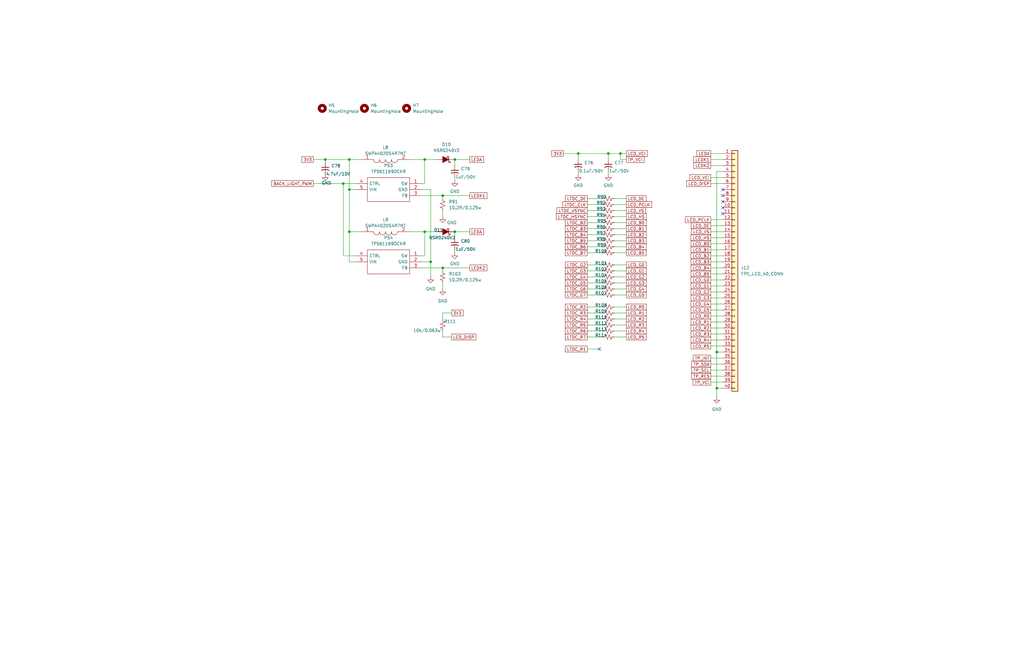
<source format=kicad_sch>
(kicad_sch (version 20250114) (generator "eeschema") (generator_version "9.0")
  (paper "B")
  (lib_symbols
    (symbol "Connector_Generic:Conn_01x40" (pin_names (offset 1.016) (hide yes))
      (property "Reference" "J" (at 0 50.8 0))
      (property "Value" "Conn_01x40" (at 0 -53.34 0))
      (symbol "Conn_01x40_1_1"
        (rectangle (start -1.27 49.53) (end 1.27 -52.07) (stroke (width 0.254)) (fill (type background)))
        (rectangle (start -1.27 48.387) (end 0 48.133) (stroke (width 0.1524)))
        (rectangle (start -1.27 45.847) (end 0 45.593) (stroke (width 0.1524)))
        (rectangle (start -1.27 43.307) (end 0 43.053) (stroke (width 0.1524)))
        (rectangle (start -1.27 40.767) (end 0 40.513) (stroke (width 0.1524)))
        (rectangle (start -1.27 38.227) (end 0 37.973) (stroke (width 0.1524)))
        (rectangle (start -1.27 35.687) (end 0 35.433) (stroke (width 0.1524)))
        (rectangle (start -1.27 33.147) (end 0 32.893) (stroke (width 0.1524)))
        (rectangle (start -1.27 30.607) (end 0 30.353) (stroke (width 0.1524)))
        (rectangle (start -1.27 28.067) (end 0 27.813) (stroke (width 0.1524)))
        (rectangle (start -1.27 25.527) (end 0 25.273) (stroke (width 0.1524)))
        (rectangle (start -1.27 22.987) (end 0 22.733) (stroke (width 0.1524)))
        (rectangle (start -1.27 20.447) (end 0 20.193) (stroke (width 0.1524)))
        (rectangle (start -1.27 17.907) (end 0 17.653) (stroke (width 0.1524)))
        (rectangle (start -1.27 15.367) (end 0 15.113) (stroke (width 0.1524)))
        (rectangle (start -1.27 12.827) (end 0 12.573) (stroke (width 0.1524)))
        (rectangle (start -1.27 10.287) (end 0 10.033) (stroke (width 0.1524)))
        (rectangle (start -1.27 7.747) (end 0 7.493) (stroke (width 0.1524)))
        (rectangle (start -1.27 5.207) (end 0 4.953) (stroke (width 0.1524)))
        (rectangle (start -1.27 2.667) (end 0 2.413) (stroke (width 0.1524)))
        (rectangle (start -1.27 0.127) (end 0 -0.127) (stroke (width 0.1524)))
        (rectangle (start -1.27 -2.413) (end 0 -2.667) (stroke (width 0.1524)))
        (rectangle (start -1.27 -4.953) (end 0 -5.207) (stroke (width 0.1524)))
        (rectangle (start -1.27 -7.493) (end 0 -7.747) (stroke (width 0.1524)))
        (rectangle (start -1.27 -10.033) (end 0 -10.287) (stroke (width 0.1524)))
        (rectangle (start -1.27 -12.573) (end 0 -12.827) (stroke (width 0.1524)))
        (rectangle (start -1.27 -15.113) (end 0 -15.367) (stroke (width 0.1524)))
        (rectangle (start -1.27 -17.653) (end 0 -17.907) (stroke (width 0.1524)))
        (rectangle (start -1.27 -20.193) (end 0 -20.447) (stroke (width 0.1524)))
        (rectangle (start -1.27 -22.733) (end 0 -22.987) (stroke (width 0.1524)))
        (rectangle (start -1.27 -25.273) (end 0 -25.527) (stroke (width 0.1524)))
        (rectangle (start -1.27 -27.813) (end 0 -28.067) (stroke (width 0.1524)))
        (rectangle (start -1.27 -30.353) (end 0 -30.607) (stroke (width 0.1524)))
        (rectangle (start -1.27 -32.893) (end 0 -33.147) (stroke (width 0.1524)))
        (rectangle (start -1.27 -35.433) (end 0 -35.687) (stroke (width 0.1524)))
        (rectangle (start -1.27 -37.973) (end 0 -38.227) (stroke (width 0.1524)))
        (rectangle (start -1.27 -40.513) (end 0 -40.767) (stroke (width 0.1524)))
        (rectangle (start -1.27 -43.053) (end 0 -43.307) (stroke (width 0.1524)))
        (rectangle (start -1.27 -45.593) (end 0 -45.847) (stroke (width 0.1524)))
        (rectangle (start -1.27 -48.133) (end 0 -48.387) (stroke (width 0.1524)))
        (rectangle (start -1.27 -50.673) (end 0 -50.927) (stroke (width 0.1524)))
        (pin passive line (at -5.08 48.26 0) (length 3.81) (name "Pin_1") (number "1"))
        (pin passive line (at -5.08 45.72 0) (length 3.81) (name "Pin_2") (number "2"))
        (pin passive line (at -5.08 43.18 0) (length 3.81) (name "Pin_3") (number "3"))
        (pin passive line (at -5.08 40.64 0) (length 3.81) (name "Pin_4") (number "4"))
        (pin passive line (at -5.08 38.1 0) (length 3.81) (name "Pin_5") (number "5"))
        (pin passive line (at -5.08 35.56 0) (length 3.81) (name "Pin_6") (number "6"))
        (pin passive line (at -5.08 33.02 0) (length 3.81) (name "Pin_7") (number "7"))
        (pin passive line (at -5.08 30.48 0) (length 3.81) (name "Pin_8") (number "8"))
        (pin passive line (at -5.08 27.94 0) (length 3.81) (name "Pin_9") (number "9"))
        (pin passive line (at -5.08 25.4 0) (length 3.81) (name "Pin_10") (number "10"))
        (pin passive line (at -5.08 22.86 0) (length 3.81) (name "Pin_11") (number "11"))
        (pin passive line (at -5.08 20.32 0) (length 3.81) (name "Pin_12") (number "12"))
        (pin passive line (at -5.08 17.78 0) (length 3.81) (name "Pin_13") (number "13"))
        (pin passive line (at -5.08 15.24 0) (length 3.81) (name "Pin_14") (number "14"))
        (pin passive line (at -5.08 12.7 0) (length 3.81) (name "Pin_15") (number "15"))
        (pin passive line (at -5.08 10.16 0) (length 3.81) (name "Pin_16") (number "16"))
        (pin passive line (at -5.08 7.62 0) (length 3.81) (name "Pin_17") (number "17"))
        (pin passive line (at -5.08 5.08 0) (length 3.81) (name "Pin_18") (number "18"))
        (pin passive line (at -5.08 2.54 0) (length 3.81) (name "Pin_19") (number "19"))
        (pin passive line (at -5.08 0 0) (length 3.81) (name "Pin_20") (number "20"))
        (pin passive line (at -5.08 -2.54 0) (length 3.81) (name "Pin_21") (number "21"))
        (pin passive line (at -5.08 -5.08 0) (length 3.81) (name "Pin_22") (number "22"))
        (pin passive line (at -5.08 -7.62 0) (length 3.81) (name "Pin_23") (number "23"))
        (pin passive line (at -5.08 -10.16 0) (length 3.81) (name "Pin_24") (number "24"))
        (pin passive line (at -5.08 -12.7 0) (length 3.81) (name "Pin_25") (number "25"))
        (pin passive line (at -5.08 -15.24 0) (length 3.81) (name "Pin_26") (number "26"))
        (pin passive line (at -5.08 -17.78 0) (length 3.81) (name "Pin_27") (number "27"))
        (pin passive line (at -5.08 -20.32 0) (length 3.81) (name "Pin_28") (number "28"))
        (pin passive line (at -5.08 -22.86 0) (length 3.81) (name "Pin_29") (number "29"))
        (pin passive line (at -5.08 -25.4 0) (length 3.81) (name "Pin_30") (number "30"))
        (pin passive line (at -5.08 -27.94 0) (length 3.81) (name "Pin_31") (number "31"))
        (pin passive line (at -5.08 -30.48 0) (length 3.81) (name "Pin_32") (number "32"))
        (pin passive line (at -5.08 -33.02 0) (length 3.81) (name "Pin_33") (number "33"))
        (pin passive line (at -5.08 -35.56 0) (length 3.81) (name "Pin_34") (number "34"))
        (pin passive line (at -5.08 -38.1 0) (length 3.81) (name "Pin_35") (number "35"))
        (pin passive line (at -5.08 -40.64 0) (length 3.81) (name "Pin_36") (number "36"))
        (pin passive line (at -5.08 -43.18 0) (length 3.81) (name "Pin_37") (number "37"))
        (pin passive line (at -5.08 -45.72 0) (length 3.81) (name "Pin_38") (number "38"))
        (pin passive line (at -5.08 -48.26 0) (length 3.81) (name "Pin_39") (number "39"))
        (pin passive line (at -5.08 -50.8 0) (length 3.81) (name "Pin_40") (number "40"))
      )
    )
    (symbol "Device:C_Small_US" (pin_numbers (hide yes)) (pin_names (offset 0.254) (hide yes))
      (property "Reference" "C" (at 0.254 1.778 0))
      (property "Value" "C_Small_US" (at 0.254 -2.032 0))
      (symbol "C_Small_US_0_1"
        (polyline (pts (xy -1.524 0.508) (xy 1.524 0.508)) (stroke (width 0.3048)))
        (arc (start -1.524 -0.762) (mid 0 -0.3734) (end 1.524 -0.762) (stroke (width 0.3048)))
      )
      (symbol "C_Small_US_1_1"
        (pin passive line (at 0 2.54 270) (length 2.032) (name "~") (number "1"))
        (pin passive line (at 0 -2.54 90) (length 2.032) (name "~") (number "2"))
      )
    )
    (symbol "Device:R_Small_US" (pin_numbers (hide yes)) (pin_names (offset 0.254) (hide yes))
      (property "Reference" "R" (at 0.762 0.508 0))
      (property "Value" "R_Small_US" (at 0.762 -1.016 0))
      (symbol "R_Small_US_1_1"
        (polyline (pts (xy 0 1.524) (xy 1.016 1.143) (xy 0 0.762) (xy -1.016 0.381) (xy 0 0)))
        (polyline (pts (xy 0 0) (xy 1.016 -0.381) (xy 0 -0.762) (xy -1.016 -1.143) (xy 0 -1.524)))
        (pin passive line (at 0 2.54 270) (length 1.016) (name "~") (number "1"))
        (pin passive line (at 0 -2.54 90) (length 1.016) (name "~") (number "2"))
      )
    )
    (symbol "Mechanical:MountingHole" (pin_names (offset 1.016)) (in_bom no)
      (property "Reference" "H" (at 0 5.08 0))
      (property "Value" "MountingHole" (at 0 3.175 0))
      (symbol "MountingHole_0_1"
        (circle (center 0 0) (radius 1.27) (stroke (width 1.27)))
      )
    )
    (symbol "PCM_Diode_Schottky_AKL:NSR0240V2" (pin_numbers (hide yes)) (pin_names (offset 1.016) (hide yes))
      (property "Reference" "D" (at 0 5.08 0))
      (property "Value" "NSR0240V2" (at 0 2.54 0))
      (symbol "NSR0240V2_0_1"
        (polyline (pts (xy -1.27 0) (xy 1.27 0)))
        (polyline (pts (xy -1.27 -1.27) (xy -1.27 1.27) (xy 1.27 0) (xy -1.27 -1.27)) (stroke (width 0.254)) (fill (type outline)))
        (polyline (pts (xy 1.905 -0.762) (xy 1.905 -1.27) (xy 1.27 -1.27) (xy 1.27 1.27) (xy 0.635 1.27) (xy 0.635 0.762)) (stroke (width 0.254)))
      )
      (symbol "NSR0240V2_0_2"
        (polyline (pts (xy -2.54 -2.54) (xy 2.54 2.54)))
        (polyline (pts (xy -0.889 -0.889) (xy -1.778 0) (xy 0.889 0.889) (xy 0 -1.778) (xy -0.889 -0.889)) (stroke (width 0.254)) (fill (type outline)))
        (polyline (pts (xy 0 1.778) (xy 1.778 0)) (stroke (width 0.254)))
        (polyline (pts (xy 0 1.778) (xy -0.381 1.397) (xy 0 1.016)) (stroke (width 0.254)))
        (polyline (pts (xy 1.778 0) (xy 2.159 0.381) (xy 1.778 0.762)) (stroke (width 0.254)))
      )
      (symbol "NSR0240V2_1_1"
        (pin passive line (at -3.81 0 0) (length 2.54) (name "A") (number "2"))
        (pin passive line (at 3.81 0 180) (length 2.54) (name "K") (number "1"))
      )
      (symbol "NSR0240V2_1_2"
        (pin passive line (at -2.54 -2.54 0) (length 0) (name "A") (number "2"))
        (pin passive line (at 2.54 2.54 180) (length 0) (name "K") (number "1"))
      )
    )
    (symbol "SamacSys_Parts:SWPA4020S4R7MT" (pin_names (offset 0.762))
      (property "Reference" "L" (at 16.51 6.35 0))
      (property "Value" "SWPA4020S4R7MT" (at 16.51 3.81 0))
      (symbol "SWPA4020S4R7MT_0_0"
        (pin passive line (at 0 0 0) (length 5.08) (name "~") (number "1"))
        (pin passive line (at 20.32 0 180) (length 5.08) (name "~") (number "2"))
      )
      (symbol "SWPA4020S4R7MT_0_1"
        (arc (start 7.62 0) (mid 6.35 -1.3218) (end 5.08 0) (stroke (width 0.1524)))
        (arc (start 10.16 0) (mid 8.89 -1.3218) (end 7.62 0) (stroke (width 0.1524)))
        (arc (start 12.7 0) (mid 11.43 -1.3218) (end 10.16 0) (stroke (width 0.1524)))
        (arc (start 15.24 0) (mid 13.97 -1.3218) (end 12.7 0) (stroke (width 0.1524)))
      )
    )
    (symbol "SamacSys_Parts:TPS61169DCKR" (pin_names (offset 0.762))
      (property "Reference" "PS" (at 24.13 7.62 0))
      (property "Value" "TPS61169DCKR" (at 24.13 5.08 0))
      (symbol "TPS61169DCKR_0_0"
        (pin output line (at 0 0 0) (length 5.08) (name "SW") (number "1"))
        (pin power_in line (at 0 -2.54 0) (length 5.08) (name "GND") (number "2"))
        (pin input line (at 0 -5.08 0) (length 5.08) (name "FB") (number "3"))
        (pin input line (at 27.94 0 180) (length 5.08) (name "CTRL") (number "4"))
        (pin power_in line (at 27.94 -2.54 180) (length 5.08) (name "VIN") (number "5"))
      )
      (symbol "TPS61169DCKR_0_1"
        (polyline (pts (xy 5.08 2.54) (xy 22.86 2.54) (xy 22.86 -7.62) (xy 5.08 -7.62) (xy 5.08 2.54)) (stroke (width 0.1524)))
      )
    )
    (symbol "power:GND" (power) (pin_numbers (hide yes)) (pin_names (offset 0) (hide yes))
      (property "Value" "GND" (at 0 -3.81 0))
      (symbol "GND_0_1"
        (polyline (pts (xy 0 0) (xy 0 -1.27) (xy 1.27 -1.27) (xy 0 -2.54) (xy -1.27 -1.27) (xy 0 -1.27)))
      )
      (symbol "GND_1_1"
        (pin power_in line (at 0 0 270) (length 0) (name "~") (number "1"))
      )
    )
  )
  (junction (at 179.07 97.79))
  (junction (at 179.07 67.31))
  (junction (at 147.32 97.79))
  (junction (at 137.16 67.31))
  (junction (at 191.77 97.79))
  (junction (at 147.32 67.31))
  (junction (at 243.84 64.77))
  (junction (at 261.62 64.77))
  (junction (at 186.69 113.03))
  (junction (at 147.32 80.01))
  (junction (at 256.54 64.77))
  (junction (at 302.26 163.83))
  (junction (at 181.61 110.49))
  (junction (at 186.69 82.55))
  (junction (at 302.26 148.59))
  (junction (at 144.78 77.47))
  (junction (at 191.77 67.31))
  (no_connect (at 304.8 87.63))
  (no_connect (at 304.8 80.01))
  (no_connect (at 304.8 82.55))
  (no_connect (at 304.8 90.17))
  (no_connect (at 304.8 85.09))
  (no_connect (at 252.73 147.32))
  (wire (pts (xy 190.5 132.08) (xy 186.69 132.08)))
  (wire (pts (xy 256.54 67.31) (xy 256.54 64.77)))
  (wire (pts (xy 299.72 161.29) (xy 304.8 161.29)))
  (wire (pts (xy 259.08 121.92) (xy 264.16 121.92)))
  (wire (pts (xy 259.08 134.62) (xy 264.16 134.62)))
  (wire (pts (xy 186.69 88.9) (xy 186.69 91.44)))
  (wire (pts (xy 259.08 139.7) (xy 264.16 139.7)))
  (wire (pts (xy 247.65 139.7) (xy 254 139.7)))
  (wire (pts (xy 252.73 147.32) (xy 247.65 147.32)))
  (wire (pts (xy 299.72 115.57) (xy 304.8 115.57)))
  (wire (pts (xy 299.72 156.21) (xy 304.8 156.21)))
  (wire (pts (xy 179.07 97.79) (xy 184.15 97.79)))
  (wire (pts (xy 247.65 96.52) (xy 254 96.52)))
  (wire (pts (xy 247.65 91.44) (xy 254 91.44)))
  (wire (pts (xy 304.8 163.83) (xy 302.26 163.83)))
  (wire (pts (xy 247.65 124.46) (xy 254 124.46)))
  (wire (pts (xy 299.72 130.81) (xy 304.8 130.81)))
  (wire (pts (xy 243.84 64.77) (xy 256.54 64.77)))
  (wire (pts (xy 259.08 137.16) (xy 264.16 137.16)))
  (wire (pts (xy 191.77 97.79) (xy 191.77 100.33)))
  (wire (pts (xy 299.72 105.41) (xy 304.8 105.41)))
  (wire (pts (xy 179.07 97.79) (xy 179.07 107.95)))
  (wire (pts (xy 177.8 107.95) (xy 179.07 107.95)))
  (wire (pts (xy 259.08 116.84) (xy 264.16 116.84)))
  (wire (pts (xy 247.65 106.68) (xy 254 106.68)))
  (wire (pts (xy 247.65 83.82) (xy 254 83.82)))
  (wire (pts (xy 302.26 163.83) (xy 302.26 167.64)))
  (wire (pts (xy 299.72 102.87) (xy 304.8 102.87)))
  (wire (pts (xy 147.32 80.01) (xy 149.86 80.01)))
  (wire (pts (xy 181.61 80.01) (xy 181.61 110.49)))
  (wire (pts (xy 299.72 158.75) (xy 304.8 158.75)))
  (wire (pts (xy 259.08 111.76) (xy 264.16 111.76)))
  (wire (pts (xy 247.65 104.14) (xy 254 104.14)))
  (wire (pts (xy 243.84 72.39) (xy 243.84 73.66)))
  (wire (pts (xy 137.16 67.31) (xy 147.32 67.31)))
  (wire (pts (xy 264.16 67.31) (xy 261.62 67.31)))
  (wire (pts (xy 144.78 77.47) (xy 149.86 77.47)))
  (wire (pts (xy 243.84 64.77) (xy 243.84 67.31)))
  (wire (pts (xy 186.69 82.55) (xy 186.69 83.82)))
  (wire (pts (xy 132.08 67.31) (xy 137.16 67.31)))
  (wire (pts (xy 259.08 142.24) (xy 264.16 142.24)))
  (wire (pts (xy 299.72 69.85) (xy 304.8 69.85)))
  (wire (pts (xy 190.5 142.24) (xy 186.69 142.24)))
  (wire (pts (xy 179.07 67.31) (xy 184.15 67.31)))
  (wire (pts (xy 299.72 135.89) (xy 304.8 135.89)))
  (wire (pts (xy 186.69 119.38) (xy 186.69 121.92)))
  (wire (pts (xy 259.08 101.6) (xy 264.16 101.6)))
  (wire (pts (xy 144.78 107.95) (xy 144.78 77.47)))
  (wire (pts (xy 247.65 132.08) (xy 254 132.08)))
  (wire (pts (xy 177.8 82.55) (xy 186.69 82.55)))
  (wire (pts (xy 247.65 101.6) (xy 254 101.6)))
  (wire (pts (xy 261.62 64.77) (xy 264.16 64.77)))
  (wire (pts (xy 299.72 120.65) (xy 304.8 120.65)))
  (wire (pts (xy 147.32 80.01) (xy 147.32 97.79)))
  (wire (pts (xy 259.08 132.08) (xy 264.16 132.08)))
  (wire (pts (xy 177.8 110.49) (xy 181.61 110.49)))
  (wire (pts (xy 179.07 67.31) (xy 179.07 77.47)))
  (wire (pts (xy 299.72 92.71) (xy 304.8 92.71)))
  (wire (pts (xy 237.49 64.77) (xy 243.84 64.77)))
  (wire (pts (xy 299.72 146.05) (xy 304.8 146.05)))
  (wire (pts (xy 259.08 99.06) (xy 264.16 99.06)))
  (wire (pts (xy 259.08 129.54) (xy 264.16 129.54)))
  (wire (pts (xy 302.26 72.39) (xy 302.26 148.59)))
  (wire (pts (xy 299.72 113.03) (xy 304.8 113.03)))
  (wire (pts (xy 149.86 110.49) (xy 147.32 110.49)))
  (wire (pts (xy 299.72 153.67) (xy 304.8 153.67)))
  (wire (pts (xy 186.69 82.55) (xy 198.12 82.55)))
  (wire (pts (xy 299.72 151.13) (xy 304.8 151.13)))
  (wire (pts (xy 247.65 93.98) (xy 254 93.98)))
  (wire (pts (xy 191.77 97.79) (xy 198.12 97.79)))
  (wire (pts (xy 147.32 97.79) (xy 152.4 97.79)))
  (wire (pts (xy 147.32 97.79) (xy 147.32 110.49)))
  (wire (pts (xy 247.65 121.92) (xy 254 121.92)))
  (wire (pts (xy 132.08 77.47) (xy 144.78 77.47)))
  (wire (pts (xy 256.54 72.39) (xy 256.54 73.66)))
  (wire (pts (xy 261.62 67.31) (xy 261.62 64.77)))
  (wire (pts (xy 191.77 105.41) (xy 191.77 106.68)))
  (wire (pts (xy 299.72 143.51) (xy 304.8 143.51)))
  (wire (pts (xy 247.65 129.54) (xy 254 129.54)))
  (wire (pts (xy 259.08 93.98) (xy 264.16 93.98)))
  (wire (pts (xy 259.08 91.44) (xy 264.16 91.44)))
  (wire (pts (xy 299.72 67.31) (xy 304.8 67.31)))
  (wire (pts (xy 247.65 114.3) (xy 254 114.3)))
  (wire (pts (xy 299.72 64.77) (xy 304.8 64.77)))
  (wire (pts (xy 259.08 114.3) (xy 264.16 114.3)))
  (wire (pts (xy 191.77 67.31) (xy 191.77 69.85)))
  (wire (pts (xy 299.72 74.93) (xy 304.8 74.93)))
  (wire (pts (xy 259.08 88.9) (xy 264.16 88.9)))
  (wire (pts (xy 304.8 148.59) (xy 302.26 148.59)))
  (wire (pts (xy 259.08 104.14) (xy 264.16 104.14)))
  (wire (pts (xy 186.69 113.03) (xy 198.12 113.03)))
  (wire (pts (xy 172.72 97.79) (xy 179.07 97.79)))
  (wire (pts (xy 256.54 64.77) (xy 261.62 64.77)))
  (wire (pts (xy 259.08 86.36) (xy 264.16 86.36)))
  (wire (pts (xy 179.07 77.47) (xy 177.8 77.47)))
  (wire (pts (xy 137.16 67.31) (xy 137.16 68.58)))
  (wire (pts (xy 149.86 107.95) (xy 144.78 107.95)))
  (wire (pts (xy 299.72 97.79) (xy 304.8 97.79)))
  (wire (pts (xy 147.32 67.31) (xy 147.32 80.01)))
  (wire (pts (xy 172.72 67.31) (xy 179.07 67.31)))
  (wire (pts (xy 181.61 110.49) (xy 181.61 116.84)))
  (wire (pts (xy 299.72 77.47) (xy 304.8 77.47)))
  (wire (pts (xy 177.8 113.03) (xy 186.69 113.03)))
  (wire (pts (xy 147.32 67.31) (xy 152.4 67.31)))
  (wire (pts (xy 299.72 95.25) (xy 304.8 95.25)))
  (wire (pts (xy 299.72 133.35) (xy 304.8 133.35)))
  (wire (pts (xy 259.08 83.82) (xy 264.16 83.82)))
  (wire (pts (xy 302.26 148.59) (xy 302.26 163.83)))
  (wire (pts (xy 247.65 119.38) (xy 254 119.38)))
  (wire (pts (xy 247.65 142.24) (xy 254 142.24)))
  (wire (pts (xy 247.65 99.06) (xy 254 99.06)))
  (wire (pts (xy 299.72 140.97) (xy 304.8 140.97)))
  (wire (pts (xy 247.65 111.76) (xy 254 111.76)))
  (wire (pts (xy 299.72 100.33) (xy 304.8 100.33)))
  (wire (pts (xy 299.72 138.43) (xy 304.8 138.43)))
  (wire (pts (xy 191.77 67.31) (xy 198.12 67.31)))
  (wire (pts (xy 259.08 124.46) (xy 264.16 124.46)))
  (wire (pts (xy 299.72 110.49) (xy 304.8 110.49)))
  (wire (pts (xy 299.72 123.19) (xy 304.8 123.19)))
  (wire (pts (xy 247.65 134.62) (xy 254 134.62)))
  (wire (pts (xy 247.65 137.16) (xy 254 137.16)))
  (wire (pts (xy 299.72 107.95) (xy 304.8 107.95)))
  (wire (pts (xy 191.77 74.93) (xy 191.77 76.2)))
  (wire (pts (xy 247.65 116.84) (xy 254 116.84)))
  (wire (pts (xy 304.8 72.39) (xy 302.26 72.39)))
  (wire (pts (xy 299.72 128.27) (xy 304.8 128.27)))
  (wire (pts (xy 259.08 106.68) (xy 264.16 106.68)))
  (wire (pts (xy 247.65 86.36) (xy 254 86.36)))
  (wire (pts (xy 186.69 113.03) (xy 186.69 114.3)))
  (wire (pts (xy 299.72 118.11) (xy 304.8 118.11)))
  (wire (pts (xy 299.72 125.73) (xy 304.8 125.73)))
  (wire (pts (xy 181.61 80.01) (xy 177.8 80.01)))
  (wire (pts (xy 259.08 96.52) (xy 264.16 96.52)))
  (wire (pts (xy 186.69 142.24) (xy 186.69 139.7)))
  (wire (pts (xy 247.65 88.9) (xy 254 88.9)))
  (wire (pts (xy 186.69 132.08) (xy 186.69 134.62)))
  (wire (pts (xy 259.08 119.38) (xy 264.16 119.38)))
  (global_label "LTDC_B3" (shape passive) (at 247.65 96.52 180) (property "Intersheetrefs" "${INTERSHEET_REFS}" (effects (hide yes))))
  (global_label "LCD_DE" (shape passive) (at 299.72 95.25 180) (property "Intersheetrefs" "${INTERSHEET_REFS}" (effects (hide yes))))
  (global_label "LTDC_R1" (shape passive) (at 247.65 147.32 180) (property "Intersheetrefs" "${INTERSHEET_REFS}" (effects (hide yes))))
  (global_label "LCD_VS" (shape passive) (at 299.72 97.79 180) (property "Intersheetrefs" "${INTERSHEET_REFS}" (effects (hide yes))))
  (global_label "LCD_VCI" (shape passive) (at 299.72 74.93 180) (property "Intersheetrefs" "${INTERSHEET_REFS}" (effects (hide yes))))
  (global_label "LCD_R3" (shape passive) (at 264.16 137.16 0) (property "Intersheetrefs" "${INTERSHEET_REFS}" (effects (hide yes))))
  (global_label "LCD_R5" (shape passive) (at 264.16 142.24 0) (property "Intersheetrefs" "${INTERSHEET_REFS}" (effects (hide yes))))
  (global_label "LCD_VCI" (shape passive) (at 264.16 64.77 0) (property "Intersheetrefs" "${INTERSHEET_REFS}" (effects (hide yes))))
  (global_label "LTDC_R6" (shape passive) (at 247.65 139.7 180) (property "Intersheetrefs" "${INTERSHEET_REFS}" (effects (hide yes))))
  (global_label "LCD_B3" (shape passive) (at 299.72 110.49 180) (property "Intersheetrefs" "${INTERSHEET_REFS}" (effects (hide yes))))
  (global_label "LCD_G2" (shape passive) (at 299.72 123.19 180) (property "Intersheetrefs" "${INTERSHEET_REFS}" (effects (hide yes))))
  (global_label "LCD_R1" (shape passive) (at 264.16 132.08 0) (property "Intersheetrefs" "${INTERSHEET_REFS}" (effects (hide yes))))
  (global_label "LCD_R5" (shape passive) (at 299.72 146.05 180) (property "Intersheetrefs" "${INTERSHEET_REFS}" (effects (hide yes))))
  (global_label "LCD_B2" (shape passive) (at 299.72 107.95 180) (property "Intersheetrefs" "${INTERSHEET_REFS}" (effects (hide yes))))
  (global_label "LCD_B4" (shape passive) (at 299.72 113.03 180) (property "Intersheetrefs" "${INTERSHEET_REFS}" (effects (hide yes))))
  (global_label "3V3" (shape passive) (at 237.49 64.77 180) (property "Intersheetrefs" "${INTERSHEET_REFS}" (effects (hide yes))))
  (global_label "LTDC_VSYNC" (shape passive) (at 247.65 88.9 180) (property "Intersheetrefs" "${INTERSHEET_REFS}" (effects (hide yes))))
  (global_label "LTDC_G4" (shape passive) (at 247.65 116.84 180) (property "Intersheetrefs" "${INTERSHEET_REFS}" (effects (hide yes))))
  (global_label "LCD_G1" (shape passive) (at 299.72 120.65 180) (property "Intersheetrefs" "${INTERSHEET_REFS}" (effects (hide yes))))
  (global_label "LCD_B0" (shape passive) (at 264.16 93.98 0) (property "Intersheetrefs" "${INTERSHEET_REFS}" (effects (hide yes))))
  (global_label "LCD_B5" (shape passive) (at 299.72 115.57 180) (property "Intersheetrefs" "${INTERSHEET_REFS}" (effects (hide yes))))
  (global_label "3V3" (shape passive) (at 132.08 67.31 180) (property "Intersheetrefs" "${INTERSHEET_REFS}" (effects (hide yes))))
  (global_label "LEDK1" (shape passive) (at 299.72 67.31 180) (property "Intersheetrefs" "${INTERSHEET_REFS}" (effects (hide yes))))
  (global_label "TP_INT" (shape passive) (at 299.72 151.13 180) (property "Intersheetrefs" "${INTERSHEET_REFS}" (effects (hide yes))))
  (global_label "LCD_DISP" (shape passive) (at 190.5 142.24 0) (property "Intersheetrefs" "${INTERSHEET_REFS}" (effects (hide yes))))
  (global_label "TP_SDA" (shape passive) (at 299.72 153.67 180) (property "Intersheetrefs" "${INTERSHEET_REFS}" (effects (hide yes))))
  (global_label "LEDK2" (shape passive) (at 198.12 113.03 0) (property "Intersheetrefs" "${INTERSHEET_REFS}" (effects (hide yes))))
  (global_label "LTDC_G7" (shape passive) (at 247.65 124.46 180) (property "Intersheetrefs" "${INTERSHEET_REFS}" (effects (hide yes))))
  (global_label "LCD_HS" (shape passive) (at 264.16 91.44 0) (property "Intersheetrefs" "${INTERSHEET_REFS}" (effects (hide yes))))
  (global_label "LTDC_R5" (shape passive) (at 247.65 137.16 180) (property "Intersheetrefs" "${INTERSHEET_REFS}" (effects (hide yes))))
  (global_label "LTDC_R4" (shape passive) (at 247.65 134.62 180) (property "Intersheetrefs" "${INTERSHEET_REFS}" (effects (hide yes))))
  (global_label "LTDC_G3" (shape passive) (at 247.65 114.3 180) (property "Intersheetrefs" "${INTERSHEET_REFS}" (effects (hide yes))))
  (global_label "LTDC_B7" (shape passive) (at 247.65 106.68 180) (property "Intersheetrefs" "${INTERSHEET_REFS}" (effects (hide yes))))
  (global_label "LCD_B1" (shape passive) (at 299.72 105.41 180) (property "Intersheetrefs" "${INTERSHEET_REFS}" (effects (hide yes))))
  (global_label "LCD_R4" (shape passive) (at 264.16 139.7 0) (property "Intersheetrefs" "${INTERSHEET_REFS}" (effects (hide yes))))
  (global_label "LCD_B4" (shape passive) (at 264.16 104.14 0) (property "Intersheetrefs" "${INTERSHEET_REFS}" (effects (hide yes))))
  (global_label "LCD_R3" (shape passive) (at 299.72 140.97 180) (property "Intersheetrefs" "${INTERSHEET_REFS}" (effects (hide yes))))
  (global_label "LCD_R4" (shape passive) (at 299.72 143.51 180) (property "Intersheetrefs" "${INTERSHEET_REFS}" (effects (hide yes))))
  (global_label "LCD_PCLK" (shape passive) (at 264.16 86.36 0) (property "Intersheetrefs" "${INTERSHEET_REFS}" (effects (hide yes))))
  (global_label "TP_VCI" (shape passive) (at 264.16 67.31 0) (property "Intersheetrefs" "${INTERSHEET_REFS}" (effects (hide yes))))
  (global_label "LCD_B2" (shape passive) (at 264.16 99.06 0) (property "Intersheetrefs" "${INTERSHEET_REFS}" (effects (hide yes))))
  (global_label "LCD_R1" (shape passive) (at 299.72 135.89 180) (property "Intersheetrefs" "${INTERSHEET_REFS}" (effects (hide yes))))
  (global_label "LCD_G4" (shape passive) (at 299.72 128.27 180) (property "Intersheetrefs" "${INTERSHEET_REFS}" (effects (hide yes))))
  (global_label "LTDC_R3" (shape passive) (at 247.65 132.08 180) (property "Intersheetrefs" "${INTERSHEET_REFS}" (effects (hide yes))))
  (global_label "LCD_R2" (shape passive) (at 299.72 138.43 180) (property "Intersheetrefs" "${INTERSHEET_REFS}" (effects (hide yes))))
  (global_label "TP_RES" (shape passive) (at 299.72 158.75 180) (property "Intersheetrefs" "${INTERSHEET_REFS}" (effects (hide yes))))
  (global_label "LCD_B3" (shape passive) (at 264.16 101.6 0) (property "Intersheetrefs" "${INTERSHEET_REFS}" (effects (hide yes))))
  (global_label "LTDC_B6" (shape passive) (at 247.65 104.14 180) (property "Intersheetrefs" "${INTERSHEET_REFS}" (effects (hide yes))))
  (global_label "TP_SCL" (shape passive) (at 299.72 156.21 180) (property "Intersheetrefs" "${INTERSHEET_REFS}" (effects (hide yes))))
  (global_label "LCD_DE" (shape passive) (at 264.16 83.82 0) (property "Intersheetrefs" "${INTERSHEET_REFS}" (effects (hide yes))))
  (global_label "LCD_G3" (shape passive) (at 299.72 125.73 180) (property "Intersheetrefs" "${INTERSHEET_REFS}" (effects (hide yes))))
  (global_label "LTDC_G6" (shape passive) (at 247.65 121.92 180) (property "Intersheetrefs" "${INTERSHEET_REFS}" (effects (hide yes))))
  (global_label "LTDC_B2" (shape passive) (at 247.65 93.98 180) (property "Intersheetrefs" "${INTERSHEET_REFS}" (effects (hide yes))))
  (global_label "LTDC_R2" (shape passive) (at 247.65 129.54 180) (property "Intersheetrefs" "${INTERSHEET_REFS}" (effects (hide yes))))
  (global_label "LCD_VS" (shape passive) (at 264.16 88.9 0) (property "Intersheetrefs" "${INTERSHEET_REFS}" (effects (hide yes))))
  (global_label "LCD_G4" (shape passive) (at 264.16 121.92 0) (property "Intersheetrefs" "${INTERSHEET_REFS}" (effects (hide yes))))
  (global_label "LCD_R2" (shape passive) (at 264.16 134.62 0) (property "Intersheetrefs" "${INTERSHEET_REFS}" (effects (hide yes))))
  (global_label "LCD_B5" (shape passive) (at 264.16 106.68 0) (property "Intersheetrefs" "${INTERSHEET_REFS}" (effects (hide yes))))
  (global_label "LTDC_HSYNC" (shape passive) (at 247.65 91.44 180) (property "Intersheetrefs" "${INTERSHEET_REFS}" (effects (hide yes))))
  (global_label "LCD_G1" (shape passive) (at 264.16 114.3 0) (property "Intersheetrefs" "${INTERSHEET_REFS}" (effects (hide yes))))
  (global_label "LCD_DISP" (shape passive) (at 299.72 77.47 180) (property "Intersheetrefs" "${INTERSHEET_REFS}" (effects (hide yes))))
  (global_label "LEDA" (shape passive) (at 299.72 64.77 180) (property "Intersheetrefs" "${INTERSHEET_REFS}" (effects (hide yes))))
  (global_label "LCD_G5" (shape passive) (at 264.16 124.46 0) (property "Intersheetrefs" "${INTERSHEET_REFS}" (effects (hide yes))))
  (global_label "LTDC_G2" (shape passive) (at 247.65 111.76 180) (property "Intersheetrefs" "${INTERSHEET_REFS}" (effects (hide yes))))
  (global_label "LCD_G0" (shape passive) (at 299.72 118.11 180) (property "Intersheetrefs" "${INTERSHEET_REFS}" (effects (hide yes))))
  (global_label "3V3" (shape passive) (at 190.5 132.08 0) (property "Intersheetrefs" "${INTERSHEET_REFS}" (effects (hide yes))))
  (global_label "TP_VCI" (shape passive) (at 299.72 161.29 180) (property "Intersheetrefs" "${INTERSHEET_REFS}" (effects (hide yes))))
  (global_label "LCD_G2" (shape passive) (at 264.16 116.84 0) (property "Intersheetrefs" "${INTERSHEET_REFS}" (effects (hide yes))))
  (global_label "LCD_G5" (shape passive) (at 299.72 130.81 180) (property "Intersheetrefs" "${INTERSHEET_REFS}" (effects (hide yes))))
  (global_label "LEDA" (shape passive) (at 198.12 97.79 0) (property "Intersheetrefs" "${INTERSHEET_REFS}" (effects (hide yes))))
  (global_label "LTDC_DE" (shape passive) (at 247.65 83.82 180) (property "Intersheetrefs" "${INTERSHEET_REFS}" (effects (hide yes))))
  (global_label "LCD_G0" (shape passive) (at 264.16 111.76 0) (property "Intersheetrefs" "${INTERSHEET_REFS}" (effects (hide yes))))
  (global_label "LEDK1" (shape passive) (at 198.12 82.55 0) (property "Intersheetrefs" "${INTERSHEET_REFS}" (effects (hide yes))))
  (global_label "LCD_B1" (shape passive) (at 264.16 96.52 0) (property "Intersheetrefs" "${INTERSHEET_REFS}" (effects (hide yes))))
  (global_label "LTDC_B5" (shape passive) (at 247.65 101.6 180) (property "Intersheetrefs" "${INTERSHEET_REFS}" (effects (hide yes))))
  (global_label "LCD_PCLK" (shape passive) (at 299.72 92.71 180) (property "Intersheetrefs" "${INTERSHEET_REFS}" (effects (hide yes))))
  (global_label "LCD_B0" (shape passive) (at 299.72 102.87 180) (property "Intersheetrefs" "${INTERSHEET_REFS}" (effects (hide yes))))
  (global_label "BACK_LIGHT_PWM" (shape passive) (at 132.08 77.47 180) (property "Intersheetrefs" "${INTERSHEET_REFS}" (effects (hide yes))))
  (global_label "LCD_G3" (shape passive) (at 264.16 119.38 0) (property "Intersheetrefs" "${INTERSHEET_REFS}" (effects (hide yes))))
  (global_label "LCD_HS" (shape passive) (at 299.72 100.33 180) (property "Intersheetrefs" "${INTERSHEET_REFS}" (effects (hide yes))))
  (global_label "LEDA" (shape passive) (at 198.12 67.31 0) (property "Intersheetrefs" "${INTERSHEET_REFS}" (effects (hide yes))))
  (global_label "LTDC_B4" (shape passive) (at 247.65 99.06 180) (property "Intersheetrefs" "${INTERSHEET_REFS}" (effects (hide yes))))
  (global_label "LCD_R0" (shape passive) (at 264.16 129.54 0) (property "Intersheetrefs" "${INTERSHEET_REFS}" (effects (hide yes))))
  (global_label "LTDC_R7" (shape passive) (at 247.65 142.24 180) (property "Intersheetrefs" "${INTERSHEET_REFS}" (effects (hide yes))))
  (global_label "LTDC_G5" (shape passive) (at 247.65 119.38 180) (property "Intersheetrefs" "${INTERSHEET_REFS}" (effects (hide yes))))
  (global_label "LEDK2" (shape passive) (at 299.72 69.85 180) (property "Intersheetrefs" "${INTERSHEET_REFS}" (effects (hide yes))))
  (global_label "LTDC_CLK" (shape passive) (at 247.65 86.36 180) (property "Intersheetrefs" "${INTERSHEET_REFS}" (effects (hide yes))))
  (global_label "LCD_R0" (shape passive) (at 299.72 133.35 180) (property "Intersheetrefs" "${INTERSHEET_REFS}" (effects (hide yes))))
  (symbol (lib_id "Device:R_Small_US") (at 256.54 83.82 90) (unit 1)
    (property "Reference" "R90" (at 253.746 83.058 90))
    (property "Value" "22R/0.063w" (effects (hide yes)))
    (property "Footprint" "Resistor_SMD:R_0402_1005Metric" (effects (hide yes)))
    (property "Description" "Resistor, small US symbol" (effects (hide yes)))
  )
  (symbol (lib_id "Device:R_Small_US") (at 256.54 86.36 90) (unit 1)
    (property "Reference" "R92" (at 253.492 85.598 90))
    (property "Value" "22R/0.063w" (effects (hide yes)))
    (property "Footprint" "Resistor_SMD:R_0402_1005Metric" (effects (hide yes)))
    (property "Description" "Resistor, small US symbol" (effects (hide yes)))
  )
  (symbol (lib_id "power:GND") (at 186.69 121.92 0) (unit 1)
    (property "Reference" "#PWR0110" (effects (hide yes)))
    (property "Value" "GND" (at 186.69 127 0))
    (property "Description" "Power symbol creates a global label with name \"GND\" , ground" (effects (hide yes)))
  )
  (symbol (lib_id "Device:R_Small_US") (at 256.54 114.3 90) (unit 1)
    (property "Reference" "R102" (at 253.492 113.538 90))
    (property "Value" "22R/0.063w" (effects (hide yes)))
    (property "Footprint" "Resistor_SMD:R_0402_1005Metric" (effects (hide yes)))
    (property "Description" "Resistor, small US symbol" (effects (hide yes)))
  )
  (symbol (lib_id "power:GND") (at 243.84 73.66 0) (unit 1)
    (property "Reference" "#PWR0104" (effects (hide yes)))
    (property "Value" "GND" (at 243.84 78.232 0))
    (property "Description" "Power symbol creates a global label with name \"GND\" , ground" (effects (hide yes)))
  )
  (symbol (lib_id "Device:R_Small_US") (at 186.69 116.84 0) (unit 1)
    (property "Reference" "R103" (at 189.23 115.5699 0) (effects (justify left)))
    (property "Value" "10.2R/0.125w" (at 189.23 118.1099 0) (effects (justify left)))
    (property "Footprint" "Resistor_SMD:R_0805_2012Metric" (effects (hide yes)))
    (property "Description" "Resistor, small US symbol" (effects (hide yes)))
  )
  (symbol (lib_id "power:GND") (at 302.26 167.64 0) (unit 1)
    (property "Reference" "#PWR0111" (effects (hide yes)))
    (property "Value" "GND" (at 302.26 172.72 0))
    (property "Description" "Power symbol creates a global label with name \"GND\" , ground" (effects (hide yes)))
  )
  (symbol (lib_id "Mechanical:MountingHole") (at 135.89 45.72 0) (unit 1) (in_bom no)
    (property "Reference" "H5" (at 138.43 44.4499 0) (effects (justify left)))
    (property "Value" "MountingHole" (at 138.43 46.9899 0) (effects (justify left)))
    (property "Footprint" "MountingHole:MountingHole_2.5mm" (effects (hide yes)))
    (property "Description" "Mounting Hole without connection" (effects (hide yes)))
  )
  (symbol (lib_id "Device:R_Small_US") (at 256.54 101.6 90) (unit 1)
    (property "Reference" "R98" (at 253.492 100.838 90))
    (property "Value" "22R/0.063w" (effects (hide yes)))
    (property "Footprint" "Resistor_SMD:R_0402_1005Metric" (effects (hide yes)))
    (property "Description" "Resistor, small US symbol" (effects (hide yes)))
  )
  (symbol (lib_id "Device:R_Small_US") (at 256.54 116.84 90) (unit 1)
    (property "Reference" "R104" (at 253.492 116.078 90))
    (property "Value" "22R/0.063w" (effects (hide yes)))
    (property "Footprint" "Resistor_SMD:R_0402_1005Metric" (effects (hide yes)))
    (property "Description" "Resistor, small US symbol" (effects (hide yes)))
  )
  (symbol (lib_id "Device:R_Small_US") (at 256.54 111.76 90) (unit 1)
    (property "Reference" "R101" (at 253.492 110.998 90))
    (property "Value" "22R/0.063w" (effects (hide yes)))
    (property "Footprint" "Resistor_SMD:R_0402_1005Metric" (effects (hide yes)))
    (property "Description" "Resistor, small US symbol" (effects (hide yes)))
  )
  (symbol (lib_id "power:GND") (at 191.77 106.68 0) (unit 1)
    (property "Reference" "#PWR0108" (effects (hide yes)))
    (property "Value" "GND" (at 191.77 111.252 0))
    (property "Description" "Power symbol creates a global label with name \"GND\" , ground" (effects (hide yes)))
  )
  (symbol (lib_id "Device:C_Small_US") (at 191.77 102.87 0) (unit 1)
    (property "Reference" "C80" (at 194.31 101.7269 0) (effects (justify left)))
    (property "Value" "1uF/50V" (at 192.024 105.156 0) (effects (justify left)))
    (property "Footprint" "Capacitor_SMD:C_0603_1608Metric" (effects (hide yes)))
    (property "Description" "capacitor, small US symbol" (effects (hide yes)))
  )
  (symbol (lib_id "Device:R_Small_US") (at 256.54 134.62 90) (unit 1)
    (property "Reference" "R110" (at 253.492 133.858 90))
    (property "Value" "22R/0.063w" (effects (hide yes)))
    (property "Footprint" "Resistor_SMD:R_0402_1005Metric" (effects (hide yes)))
    (property "Description" "Resistor, small US symbol" (effects (hide yes)))
  )
  (symbol (lib_id "Mechanical:MountingHole") (at 171.45 45.72 0) (unit 1) (in_bom no)
    (property "Reference" "H7" (at 173.99 44.4499 0) (effects (justify left)))
    (property "Value" "MountingHole" (at 173.99 46.9899 0) (effects (justify left)))
    (property "Footprint" "MountingHole:MountingHole_2.5mm" (effects (hide yes)))
    (property "Description" "Mounting Hole without connection" (effects (hide yes)))
  )
  (symbol (lib_id "power:GND") (at 181.61 116.84 0) (unit 1)
    (property "Reference" "#PWR0109" (effects (hide yes)))
    (property "Value" "GND" (at 181.61 121.92 0))
    (property "Description" "Power symbol creates a global label with name \"GND\" , ground" (effects (hide yes)))
  )
  (symbol (lib_id "PCM_Diode_Schottky_AKL:NSR0240V2") (at 187.96 97.79 0) (unit 1)
    (property "Reference" "D11" (at 184.912 97.028 0))
    (property "Value" "NSR0240V2" (at 186.436 100.33 0))
    (property "Footprint" "PCM_Diode_SMD_AKL:D_SOD-523" (effects (hide yes)))
    (property "Datasheet" "https://www.tme.eu/Document/58cf11fc5578644fe7e43e9cb7a2e6ea/NSR0240V2.pdf" (effects (hide yes)))
    (property "Description" "SOD-523 Schottky diode, 40V, 250mA, Alternate KiCAD Library" (effects (hide yes)))
  )
  (symbol (lib_id "Device:C_Small_US") (at 243.84 69.85 0) (unit 1)
    (property "Reference" "C76" (at 246.38 68.7069 0) (effects (justify left)))
    (property "Value" "0.1uF/50V" (at 244.094 72.136 0) (effects (justify left)))
    (property "Footprint" "Capacitor_SMD:C_0603_1608Metric" (effects (hide yes)))
    (property "Description" "capacitor, small US symbol" (effects (hide yes)))
  )
  (symbol (lib_id "Device:R_Small_US") (at 186.69 137.16 0) (unit 1)
    (property "Reference" "R111" (at 189.738 135.636 0))
    (property "Value" "10k/0.063w" (at 180.086 139.446 0))
    (property "Footprint" "Resistor_SMD:R_0402_1005Metric" (effects (hide yes)))
    (property "Description" "Resistor, small US symbol" (effects (hide yes)))
  )
  (symbol (lib_id "Device:R_Small_US") (at 256.54 96.52 90) (unit 1)
    (property "Reference" "R96" (at 253.492 95.758 90))
    (property "Value" "22R/0.063w" (effects (hide yes)))
    (property "Footprint" "Resistor_SMD:R_0402_1005Metric" (effects (hide yes)))
    (property "Description" "Resistor, small US symbol" (effects (hide yes)))
  )
  (symbol (lib_id "SamacSys_Parts:SWPA4020S4R7MT") (at 152.4 67.31 0) (unit 1)
    (property "Reference" "L8" (at 162.56 62.23 0))
    (property "Value" "SWPA4020S4R7MT" (at 162.56 64.77 0))
    (property "Footprint" "SamacSys_Parts_Project:INDPM4040X200N" (effects (hide yes)))
    (property "Datasheet" "https://datasheet.lcsc.com/szlcsc/Sunlord-SWPA4020S4R7MT_C48427.pdf" (effects (hide yes)))
    (property "Description" "Power Inductors 4.7uH +/-20% 1.34A SMD,4.0x4.0x2.0mm RoHS" (effects (hide yes)))
    (property "Description_1" "Power Inductors 4.7uH +/-20% 1.34A SMD,4.0x4.0x2.0mm RoHS" (effects (hide yes)))
    (property "Height" "2" (effects (hide yes)))
    (property "Manufacturer_Name" "SUNLORD" (effects (hide yes)))
    (property "Manufacturer_Part_Number" "SWPA4020S4R7MT" (effects (hide yes)))
  )
  (symbol (lib_id "Device:R_Small_US") (at 256.54 93.98 90) (unit 1)
    (property "Reference" "R95" (at 253.746 93.218 90))
    (property "Value" "22R/0.063w" (effects (hide yes)))
    (property "Footprint" "Resistor_SMD:R_0402_1005Metric" (effects (hide yes)))
    (property "Description" "Resistor, small US symbol" (effects (hide yes)))
  )
  (symbol (lib_id "SamacSys_Parts:SWPA4020S4R7MT") (at 152.4 97.79 0) (unit 1)
    (property "Reference" "L9" (at 162.56 92.71 0))
    (property "Value" "SWPA4020S4R7MT" (at 162.56 95.25 0))
    (property "Footprint" "SamacSys_Parts_Project:INDPM4040X200N" (effects (hide yes)))
    (property "Datasheet" "https://datasheet.lcsc.com/szlcsc/Sunlord-SWPA4020S4R7MT_C48427.pdf" (effects (hide yes)))
    (property "Description" "Power Inductors 4.7uH +/-20% 1.34A SMD,4.0x4.0x2.0mm RoHS" (effects (hide yes)))
    (property "Description_1" "Power Inductors 4.7uH +/-20% 1.34A SMD,4.0x4.0x2.0mm RoHS" (effects (hide yes)))
    (property "Height" "2" (effects (hide yes)))
    (property "Manufacturer_Name" "SUNLORD" (effects (hide yes)))
    (property "Manufacturer_Part_Number" "SWPA4020S4R7MT" (effects (hide yes)))
  )
  (symbol (lib_id "Device:R_Small_US") (at 256.54 124.46 90) (unit 1)
    (property "Reference" "R107" (at 253.492 123.698 90))
    (property "Value" "22R/0.063w" (effects (hide yes)))
    (property "Footprint" "Resistor_SMD:R_0402_1005Metric" (effects (hide yes)))
    (property "Description" "Resistor, small US symbol" (effects (hide yes)))
  )
  (symbol (lib_id "power:GND") (at 256.54 73.66 0) (unit 1)
    (property "Reference" "#PWR0105" (effects (hide yes)))
    (property "Value" "GND" (at 256.54 78.232 0))
    (property "Description" "Power symbol creates a global label with name \"GND\" , ground" (effects (hide yes)))
  )
  (symbol (lib_id "Device:R_Small_US") (at 256.54 106.68 90) (unit 1)
    (property "Reference" "R100" (at 253.492 105.918 90))
    (property "Value" "22R/0.063w" (effects (hide yes)))
    (property "Footprint" "Resistor_SMD:R_0402_1005Metric" (effects (hide yes)))
    (property "Description" "Resistor, small US symbol" (effects (hide yes)))
  )
  (symbol (lib_id "SamacSys_Parts:TPS61169DCKR") (at 177.8 107.95 0) (mirror y) (unit 1)
    (property "Reference" "PS4" (at 163.83 100.33 0))
    (property "Value" "TPS61169DCKR" (at 163.83 102.87 0))
    (property "Footprint" "SamacSys_Parts_Project:SOT65P210X110-5N" (effects (hide yes)))
    (property "Datasheet" "http://www.ti.com/lit/gpn/tps61169" (effects (hide yes)))
    (property "Description" "TPS61169 38-V High-Current Boost WLED Driver" (effects (hide yes)))
    (property "Description_1" "TPS61169 38-V High-Current Boost WLED Driver " (effects (hide yes)))
    (property "Height" "1.1" (effects (hide yes)))
    (property "Manufacturer_Name" "Texas Instruments" (effects (hide yes)))
    (property "Manufacturer_Part_Number" "TPS61169DCKR" (effects (hide yes)))
    (property "Mouser Part Number" "595-TPS61169DCKR" (effects (hide yes)))
    (property "Mouser Price/Stock" "https://www.mouser.co.uk/ProductDetail/Texas-Instruments/TPS61169DCKR?qs=pqSajtDZXRUDQbMtko%2F5HQ%3D%3D" (effects (hide yes)))
    (property "Arrow Part Number" "TPS61169DCKR" (effects (hide yes)))
    (property "Arrow Price/Stock" "https://www.arrow.com/en/products/tps61169dckr/texas-instruments?utm_currency=USD&region=nac" (effects (hide yes)))
  )
  (symbol (lib_id "Device:C_Small_US") (at 256.54 69.85 0) (unit 1)
    (property "Reference" "C77" (at 259.08 68.7069 0) (effects (justify left)))
    (property "Value" "1uF/50V" (at 256.794 72.136 0) (effects (justify left)))
    (property "Footprint" "Capacitor_SMD:C_0603_1608Metric" (effects (hide yes)))
    (property "Description" "capacitor, small US symbol" (effects (hide yes)))
  )
  (symbol (lib_id "Device:R_Small_US") (at 256.54 91.44 90) (unit 1)
    (property "Reference" "R94" (at 253.492 90.678 90))
    (property "Value" "22R/0.063w" (effects (hide yes)))
    (property "Footprint" "Resistor_SMD:R_0402_1005Metric" (effects (hide yes)))
    (property "Description" "Resistor, small US symbol" (effects (hide yes)))
  )
  (symbol (lib_id "Device:R_Small_US") (at 256.54 121.92 90) (unit 1)
    (property "Reference" "R106" (at 253.492 121.158 90))
    (property "Value" "22R/0.063w" (effects (hide yes)))
    (property "Footprint" "Resistor_SMD:R_0402_1005Metric" (effects (hide yes)))
    (property "Description" "Resistor, small US symbol" (effects (hide yes)))
  )
  (symbol (lib_id "Connector_Generic:Conn_01x40") (at 309.88 113.03 0) (unit 1)
    (property "Reference" "J12" (at 312.42 113.0299 0) (effects (justify left)))
    (property "Value" "FPC_LCD_40_CONN" (at 312.42 115.5699 0) (effects (justify left)))
    (property "Footprint" "Connector_FFC-FPC:Amphenol_F32Q-1A7x1-11040_1x40-1MP_P0.5mm_Horizontal" (effects (hide yes)))
    (property "Description" "Generic connector, single row, 01x40, script generated (kicad-library-utils/schlib/autogen/connector/)" (effects (hide yes)))
  )
  (symbol (lib_id "Device:R_Small_US") (at 186.69 86.36 0) (unit 1)
    (property "Reference" "R91" (at 189.23 85.0899 0) (effects (justify left)))
    (property "Value" "10.2R/0.125w" (at 189.23 87.6299 0) (effects (justify left)))
    (property "Footprint" "Resistor_SMD:R_0805_2012Metric" (effects (hide yes)))
    (property "Description" "Resistor, small US symbol" (effects (hide yes)))
  )
  (symbol (lib_id "Device:R_Small_US") (at 256.54 137.16 90) (unit 1)
    (property "Reference" "R112" (at 253.492 136.398 90))
    (property "Value" "22R/0.063w" (effects (hide yes)))
    (property "Footprint" "Resistor_SMD:R_0402_1005Metric" (effects (hide yes)))
    (property "Description" "Resistor, small US symbol" (effects (hide yes)))
  )
  (symbol (lib_id "Device:C_Small_US") (at 137.16 71.12 0) (unit 1)
    (property "Reference" "C78" (at 139.7 69.9769 0) (effects (justify left)))
    (property "Value" "4.7uF/10V" (at 137.414 73.406 0) (effects (justify left)))
    (property "Footprint" "Capacitor_SMD:C_0603_1608Metric" (effects (hide yes)))
    (property "Description" "capacitor, small US symbol" (effects (hide yes)))
  )
  (symbol (lib_id "power:GND") (at 186.69 91.44 0) (unit 1)
    (property "Reference" "#PWR0107" (effects (hide yes)))
    (property "Value" "GND" (at 190.5 93.98 0))
    (property "Description" "Power symbol creates a global label with name \"GND\" , ground" (effects (hide yes)))
  )
  (symbol (lib_id "SamacSys_Parts:TPS61169DCKR") (at 177.8 77.47 0) (mirror y) (unit 1)
    (property "Reference" "PS3" (at 163.83 69.85 0))
    (property "Value" "TPS61169DCKR" (at 163.83 72.39 0))
    (property "Footprint" "SamacSys_Parts_Project:SOT65P210X110-5N" (effects (hide yes)))
    (property "Datasheet" "http://www.ti.com/lit/gpn/tps61169" (effects (hide yes)))
    (property "Description" "TPS61169 38-V High-Current Boost WLED Driver" (effects (hide yes)))
    (property "Description_1" "TPS61169 38-V High-Current Boost WLED Driver " (effects (hide yes)))
    (property "Height" "1.1" (effects (hide yes)))
    (property "Manufacturer_Name" "Texas Instruments" (effects (hide yes)))
    (property "Manufacturer_Part_Number" "TPS61169DCKR" (effects (hide yes)))
    (property "Mouser Part Number" "595-TPS61169DCKR" (effects (hide yes)))
    (property "Mouser Price/Stock" "https://www.mouser.co.uk/ProductDetail/Texas-Instruments/TPS61169DCKR?qs=pqSajtDZXRUDQbMtko%2F5HQ%3D%3D" (effects (hide yes)))
    (property "Arrow Part Number" "TPS61169DCKR" (effects (hide yes)))
    (property "Arrow Price/Stock" "https://www.arrow.com/en/products/tps61169dckr/texas-instruments?utm_currency=USD&region=nac" (effects (hide yes)))
  )
  (symbol (lib_id "Device:R_Small_US") (at 256.54 104.14 90) (unit 1)
    (property "Reference" "R99" (at 253.746 103.378 90))
    (property "Value" "22R/0.063w" (effects (hide yes)))
    (property "Footprint" "Resistor_SMD:R_0402_1005Metric" (effects (hide yes)))
    (property "Description" "Resistor, small US symbol" (effects (hide yes)))
  )
  (symbol (lib_id "Device:R_Small_US") (at 256.54 142.24 90) (unit 1)
    (property "Reference" "R114" (at 253.492 141.478 90))
    (property "Value" "22R/0.063w" (effects (hide yes)))
    (property "Footprint" "Resistor_SMD:R_0402_1005Metric" (effects (hide yes)))
    (property "Description" "Resistor, small US symbol" (effects (hide yes)))
  )
  (symbol (lib_id "power:GND") (at 191.77 76.2 0) (unit 1)
    (property "Reference" "#PWR0106" (effects (hide yes)))
    (property "Value" "GND" (at 191.77 80.772 0))
    (property "Description" "Power symbol creates a global label with name \"GND\" , ground" (effects (hide yes)))
  )
  (symbol (lib_id "Device:R_Small_US") (at 256.54 88.9 90) (unit 1)
    (property "Reference" "R93" (at 253.492 88.138 90))
    (property "Value" "22R/0.063w" (effects (hide yes)))
    (property "Footprint" "Resistor_SMD:R_0402_1005Metric" (effects (hide yes)))
    (property "Description" "Resistor, small US symbol" (effects (hide yes)))
  )
  (symbol (lib_id "Device:R_Small_US") (at 256.54 99.06 90) (unit 1)
    (property "Reference" "R97" (at 253.492 98.298 90))
    (property "Value" "22R/0.063w" (effects (hide yes)))
    (property "Footprint" "Resistor_SMD:R_0402_1005Metric" (effects (hide yes)))
    (property "Description" "Resistor, small US symbol" (effects (hide yes)))
  )
  (symbol (lib_id "Device:R_Small_US") (at 256.54 129.54 90) (unit 1)
    (property "Reference" "R108" (at 253.492 128.778 90))
    (property "Value" "22R/0.063w" (effects (hide yes)))
    (property "Footprint" "Resistor_SMD:R_0402_1005Metric" (effects (hide yes)))
    (property "Description" "Resistor, small US symbol" (effects (hide yes)))
  )
  (symbol (lib_id "Mechanical:MountingHole") (at 153.67 45.72 0) (unit 1) (in_bom no)
    (property "Reference" "H6" (at 156.21 44.4499 0) (effects (justify left)))
    (property "Value" "MountingHole" (at 156.21 46.9899 0) (effects (justify left)))
    (property "Footprint" "MountingHole:MountingHole_2.5mm" (effects (hide yes)))
    (property "Description" "Mounting Hole without connection" (effects (hide yes)))
  )
  (symbol (lib_id "PCM_Diode_Schottky_AKL:NSR0240V2") (at 187.96 67.31 0) (unit 1)
    (property "Reference" "D10" (at 188.2775 60.96 0))
    (property "Value" "NSR0240V2" (at 188.2775 63.5 0))
    (property "Footprint" "PCM_Diode_SMD_AKL:D_SOD-523" (effects (hide yes)))
    (property "Datasheet" "https://www.tme.eu/Document/58cf11fc5578644fe7e43e9cb7a2e6ea/NSR0240V2.pdf" (effects (hide yes)))
    (property "Description" "SOD-523 Schottky diode, 40V, 250mA, Alternate KiCAD Library" (effects (hide yes)))
  )
  (symbol (lib_id "Device:R_Small_US") (at 256.54 119.38 90) (unit 1)
    (property "Reference" "R105" (at 253.492 118.618 90))
    (property "Value" "22R/0.063w" (effects (hide yes)))
    (property "Footprint" "Resistor_SMD:R_0402_1005Metric" (effects (hide yes)))
    (property "Description" "Resistor, small US symbol" (effects (hide yes)))
  )
  (symbol (lib_id "Device:R_Small_US") (at 256.54 132.08 90) (unit 1)
    (property "Reference" "R109" (at 253.492 131.318 90))
    (property "Value" "22R/0.063w" (effects (hide yes)))
    (property "Footprint" "Resistor_SMD:R_0402_1005Metric" (effects (hide yes)))
    (property "Description" "Resistor, small US symbol" (effects (hide yes)))
  )
  (symbol (lib_id "Device:C_Small_US") (at 191.77 72.39 0) (unit 1)
    (property "Reference" "C79" (at 194.31 71.2469 0) (effects (justify left)))
    (property "Value" "1uF/50V" (at 192.024 74.676 0) (effects (justify left)))
    (property "Footprint" "Capacitor_SMD:C_0603_1608Metric" (effects (hide yes)))
    (property "Description" "capacitor, small US symbol" (effects (hide yes)))
  )
  (symbol (lib_id "power:GND") (at 137.16 73.66 0) (unit 1)
    (property "Reference" "#PWR0103" (effects (hide yes)))
    (property "Value" "GND" (at 137.668 77.216 0))
    (property "Description" "Power symbol creates a global label with name \"GND\" , ground" (effects (hide yes)))
  )
  (symbol (lib_id "Device:R_Small_US") (at 256.54 139.7 90) (unit 1)
    (property "Reference" "R113" (at 253.492 138.938 90))
    (property "Value" "22R/0.063w" (effects (hide yes)))
    (property "Footprint" "Resistor_SMD:R_0402_1005Metric" (effects (hide yes)))
    (property "Description" "Resistor, small US symbol" (effects (hide yes)))
  )
)
</source>
